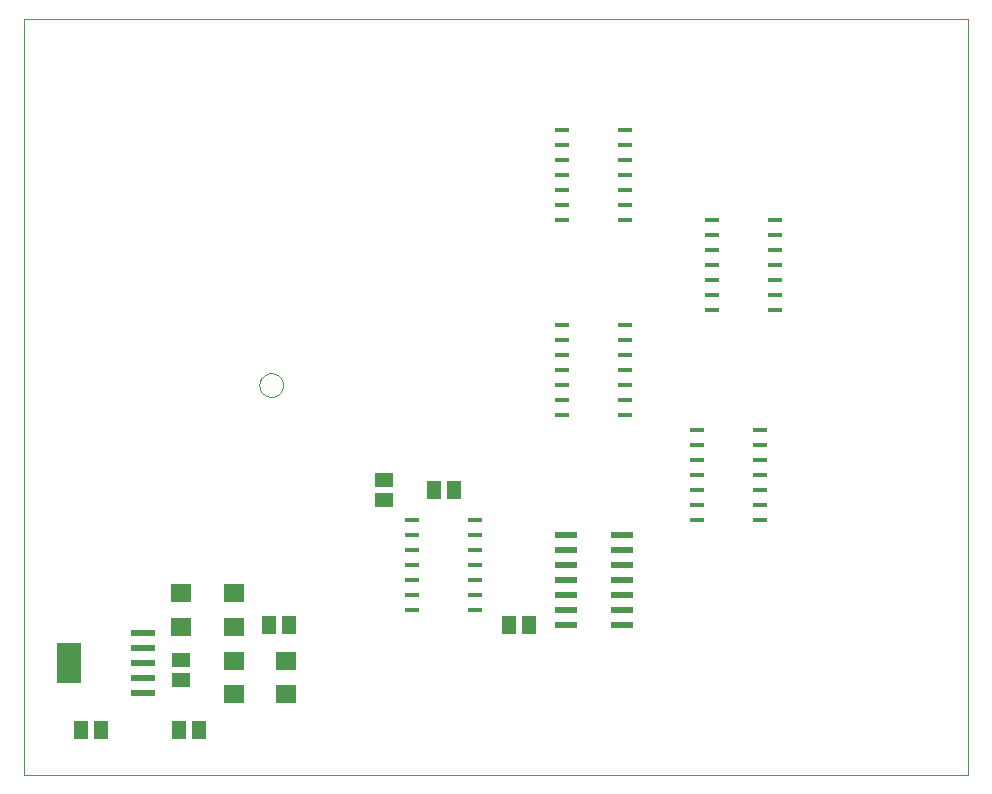
<source format=gtp>
G75*
G70*
%OFA0B0*%
%FSLAX24Y24*%
%IPPOS*%
%LPD*%
%AMOC8*
5,1,8,0,0,1.08239X$1,22.5*
%
%ADD10C,0.0000*%
%ADD11R,0.0846X0.0217*%
%ADD12R,0.0846X0.1358*%
%ADD13R,0.0710X0.0630*%
%ADD14R,0.0512X0.0591*%
%ADD15R,0.0591X0.0512*%
%ADD16R,0.0472X0.0157*%
%ADD17R,0.0780X0.0220*%
D10*
X003296Y000101D02*
X003296Y025298D01*
X034788Y025298D01*
X034788Y000101D01*
X003296Y000101D01*
X011152Y013101D02*
X011154Y013140D01*
X011160Y013179D01*
X011170Y013217D01*
X011183Y013254D01*
X011200Y013289D01*
X011220Y013323D01*
X011244Y013354D01*
X011271Y013383D01*
X011300Y013409D01*
X011332Y013432D01*
X011366Y013452D01*
X011402Y013468D01*
X011439Y013480D01*
X011478Y013489D01*
X011517Y013494D01*
X011556Y013495D01*
X011595Y013492D01*
X011634Y013485D01*
X011671Y013474D01*
X011708Y013460D01*
X011743Y013442D01*
X011776Y013421D01*
X011807Y013396D01*
X011835Y013369D01*
X011860Y013339D01*
X011882Y013306D01*
X011901Y013272D01*
X011916Y013236D01*
X011928Y013198D01*
X011936Y013160D01*
X011940Y013121D01*
X011940Y013081D01*
X011936Y013042D01*
X011928Y013004D01*
X011916Y012966D01*
X011901Y012930D01*
X011882Y012896D01*
X011860Y012863D01*
X011835Y012833D01*
X011807Y012806D01*
X011776Y012781D01*
X011743Y012760D01*
X011708Y012742D01*
X011671Y012728D01*
X011634Y012717D01*
X011595Y012710D01*
X011556Y012707D01*
X011517Y012708D01*
X011478Y012713D01*
X011439Y012722D01*
X011402Y012734D01*
X011366Y012750D01*
X011332Y012770D01*
X011300Y012793D01*
X011271Y012819D01*
X011244Y012848D01*
X011220Y012879D01*
X011200Y012913D01*
X011183Y012948D01*
X011170Y012985D01*
X011160Y013023D01*
X011154Y013062D01*
X011152Y013101D01*
D11*
X007266Y004851D03*
X007266Y004351D03*
X007266Y003851D03*
X007266Y003351D03*
X007266Y002851D03*
D12*
X004825Y003851D03*
D13*
X008546Y005041D03*
X008546Y006161D03*
X010296Y006161D03*
X010296Y005041D03*
X010296Y003911D03*
X010296Y002791D03*
X012046Y002791D03*
X012046Y003911D03*
D14*
X012130Y005101D03*
X011461Y005101D03*
X009130Y001601D03*
X008461Y001601D03*
X005880Y001601D03*
X005211Y001601D03*
X016961Y009601D03*
X017630Y009601D03*
X019461Y005101D03*
X020130Y005101D03*
D15*
X015296Y009266D03*
X015296Y009935D03*
X008546Y003935D03*
X008546Y003266D03*
D16*
X016252Y005601D03*
X016252Y006101D03*
X016252Y006601D03*
X016252Y007101D03*
X016252Y007601D03*
X016252Y008101D03*
X016252Y008601D03*
X018339Y008601D03*
X018339Y008101D03*
X018339Y007601D03*
X018339Y007101D03*
X018339Y006601D03*
X018339Y006101D03*
X018339Y005601D03*
X025752Y008601D03*
X025752Y009101D03*
X025752Y009601D03*
X025752Y010101D03*
X025752Y010601D03*
X025752Y011101D03*
X025752Y011601D03*
X027839Y011601D03*
X027839Y011101D03*
X027839Y010601D03*
X027839Y010101D03*
X027839Y009601D03*
X027839Y009101D03*
X027839Y008601D03*
X023339Y012101D03*
X023339Y012601D03*
X023339Y013101D03*
X023339Y013601D03*
X023339Y014101D03*
X023339Y014601D03*
X023339Y015101D03*
X021252Y015101D03*
X021252Y014601D03*
X021252Y014101D03*
X021252Y013601D03*
X021252Y013101D03*
X021252Y012601D03*
X021252Y012101D03*
X026252Y015601D03*
X026252Y016101D03*
X026252Y016601D03*
X026252Y017101D03*
X026252Y017601D03*
X026252Y018101D03*
X026252Y018601D03*
X028339Y018601D03*
X028339Y018101D03*
X028339Y017601D03*
X028339Y017101D03*
X028339Y016601D03*
X028339Y016101D03*
X028339Y015601D03*
X023339Y018601D03*
X023339Y019101D03*
X023339Y019601D03*
X023339Y020101D03*
X023339Y020601D03*
X023339Y021101D03*
X023339Y021601D03*
X021252Y021601D03*
X021252Y021101D03*
X021252Y020601D03*
X021252Y020101D03*
X021252Y019601D03*
X021252Y019101D03*
X021252Y018601D03*
D17*
X021366Y008101D03*
X021366Y007601D03*
X021366Y007101D03*
X021366Y006601D03*
X021366Y006101D03*
X021366Y005601D03*
X021366Y005101D03*
X023226Y005101D03*
X023226Y005601D03*
X023226Y006101D03*
X023226Y006601D03*
X023226Y007101D03*
X023226Y007601D03*
X023226Y008101D03*
M02*

</source>
